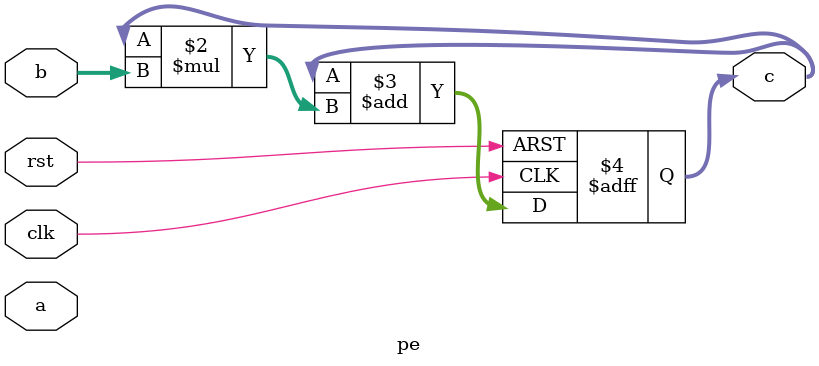
<source format=v>
module pe(
    input clk,
    input rst,
    input [31:0] a,
    input [31:0] b,

    output reg [31:0] c
);

always@(posedge clk or posedge rst)
begin

  if(rst)
  begin
    c <= 0;
  end

  else
  begin
    c <= c + c*b;
  end

end

endmodule
</source>
